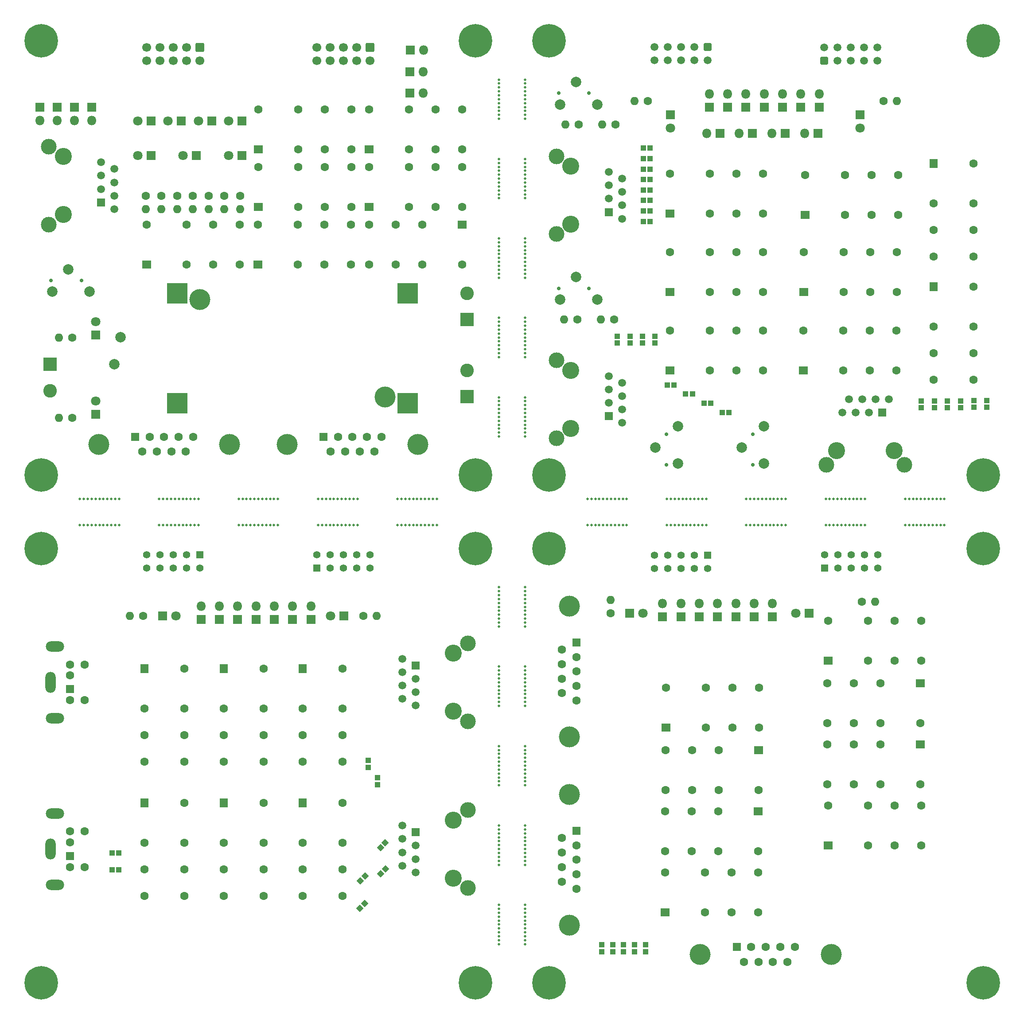
<source format=gts>
G04 #@! TF.GenerationSoftware,KiCad,Pcbnew,(6.0.1)*
G04 #@! TF.CreationDate,2023-03-04T23:45:46-05:00*
G04 #@! TF.ProjectId,InterfaceModule,496e7465-7266-4616-9365-4d6f64756c65,rev?*
G04 #@! TF.SameCoordinates,Original*
G04 #@! TF.FileFunction,Soldermask,Top*
G04 #@! TF.FilePolarity,Negative*
%FSLAX46Y46*%
G04 Gerber Fmt 4.6, Leading zero omitted, Abs format (unit mm)*
G04 Created by KiCad (PCBNEW (6.0.1)) date 2023-03-04 23:45:46*
%MOMM*%
%LPD*%
G01*
G04 APERTURE LIST*
G04 Aperture macros list*
%AMRoundRect*
0 Rectangle with rounded corners*
0 $1 Rounding radius*
0 $2 $3 $4 $5 $6 $7 $8 $9 X,Y pos of 4 corners*
0 Add a 4 corners polygon primitive as box body*
4,1,4,$2,$3,$4,$5,$6,$7,$8,$9,$2,$3,0*
0 Add four circle primitives for the rounded corners*
1,1,$1+$1,$2,$3*
1,1,$1+$1,$4,$5*
1,1,$1+$1,$6,$7*
1,1,$1+$1,$8,$9*
0 Add four rect primitives between the rounded corners*
20,1,$1+$1,$2,$3,$4,$5,0*
20,1,$1+$1,$4,$5,$6,$7,0*
20,1,$1+$1,$6,$7,$8,$9,0*
20,1,$1+$1,$8,$9,$2,$3,0*%
%AMRotRect*
0 Rectangle, with rotation*
0 The origin of the aperture is its center*
0 $1 length*
0 $2 width*
0 $3 Rotation angle, in degrees counterclockwise*
0 Add horizontal line*
21,1,$1,$2,0,0,$3*%
G04 Aperture macros list end*
%ADD10C,1.600000*%
%ADD11R,1.600000X1.800000*%
%ADD12O,1.600000X1.600000*%
%ADD13R,1.800000X1.800000*%
%ADD14O,1.800000X1.800000*%
%ADD15R,1.600000X1.600000*%
%ADD16O,3.500000X2.000000*%
%ADD17O,2.000000X4.000000*%
%ADD18C,1.800000*%
%ADD19R,1.000000X1.000000*%
%ADD20C,6.400000*%
%ADD21RoundRect,0.205883X-0.494117X0.494117X-0.494117X-0.494117X0.494117X-0.494117X0.494117X0.494117X0*%
%ADD22C,1.400000*%
%ADD23RoundRect,0.205883X0.494117X-0.494117X0.494117X0.494117X-0.494117X0.494117X-0.494117X-0.494117X0*%
%ADD24C,0.500000*%
%ADD25R,1.800000X1.600000*%
%ADD26C,0.700000*%
%ADD27C,2.000000*%
%ADD28C,3.250000*%
%ADD29R,1.500000X1.500000*%
%ADD30C,1.500000*%
%ADD31C,3.000000*%
%ADD32C,2.010000*%
%ADD33C,4.000000*%
%ADD34R,4.000000X4.000000*%
%ADD35R,2.600000X2.600000*%
%ADD36C,2.600000*%
%ADD37RoundRect,0.220589X-0.529411X0.529411X-0.529411X-0.529411X0.529411X-0.529411X0.529411X0.529411X0*%
%ADD38RoundRect,0.220589X0.529411X-0.529411X0.529411X0.529411X-0.529411X0.529411X-0.529411X-0.529411X0*%
%ADD39RotRect,1.000000X1.000000X45.000000*%
%ADD40RoundRect,0.250000X-0.600000X0.600000X-0.600000X-0.600000X0.600000X-0.600000X0.600000X0.600000X0*%
%ADD41C,1.700000*%
G04 APERTURE END LIST*
D10*
X184525000Y-45065000D03*
X184525000Y-50145000D03*
X184525000Y-55225000D03*
X192145000Y-45065000D03*
X192145000Y-50145000D03*
X192145000Y-55225000D03*
D11*
X184525000Y-37445000D03*
D10*
X192145000Y-37445000D03*
X40000000Y-43655000D03*
D12*
X40000000Y-46195000D03*
D13*
X55052167Y-124557498D03*
D14*
X55052167Y-122017498D03*
D10*
X52000000Y-43655000D03*
D12*
X52000000Y-46195000D03*
D15*
X19475001Y-169751664D03*
D10*
X19475001Y-167151664D03*
X19475001Y-171851664D03*
X19475001Y-165051664D03*
X22275001Y-171851664D03*
X22275001Y-165051664D03*
D16*
X16625001Y-175301664D03*
D17*
X15825001Y-168451664D03*
D16*
X16625001Y-161601664D03*
D13*
X46571667Y-29300000D03*
D18*
X44031667Y-29300000D03*
D19*
X184694203Y-82807998D03*
X184694203Y-84107998D03*
D13*
X71875000Y-123900000D03*
D18*
X69335000Y-123900000D03*
D20*
X194000002Y-193999999D03*
D10*
X129945001Y-25500000D03*
D12*
X127405001Y-25500000D03*
D21*
X141336668Y-112250327D03*
D22*
X141336668Y-114790327D03*
X138796668Y-112250327D03*
X138796668Y-114790327D03*
X136256668Y-112250327D03*
X136256668Y-114790327D03*
X133716668Y-112250327D03*
X133716668Y-114790327D03*
X131176668Y-112250327D03*
X131176668Y-114790327D03*
D23*
X66663333Y-114714999D03*
D22*
X66663333Y-112174999D03*
X69203333Y-114714999D03*
X69203333Y-112174999D03*
X71743333Y-114714999D03*
X71743333Y-112174999D03*
X74283333Y-114714999D03*
X74283333Y-112174999D03*
X76823333Y-114714999D03*
X76823333Y-112174999D03*
D10*
X19945001Y-70700000D03*
D12*
X17405001Y-70700000D03*
D24*
X58500001Y-106500000D03*
X55500001Y-101500000D03*
X51750001Y-106500000D03*
X57000001Y-101500000D03*
X52500001Y-101500000D03*
X53250001Y-106500000D03*
X56250001Y-106500000D03*
X52500001Y-106500000D03*
X58500001Y-101500000D03*
X54000001Y-106500000D03*
X54000001Y-101500000D03*
X56250001Y-101500000D03*
X57750001Y-106500000D03*
X53250001Y-101500000D03*
X57750001Y-101500000D03*
X57000001Y-106500000D03*
X52500001Y-106500000D03*
X52500001Y-101500000D03*
X59250001Y-106500000D03*
X51750001Y-101500000D03*
X55500001Y-106500000D03*
X54750001Y-101500000D03*
X54750001Y-106500000D03*
X59250001Y-101500000D03*
D19*
X124094204Y-70416499D03*
X124094204Y-71716499D03*
D10*
X140802502Y-180500000D03*
X145882502Y-180500000D03*
X150962502Y-180500000D03*
X140802502Y-172880000D03*
X145882502Y-172880000D03*
X150962502Y-172880000D03*
D25*
X133182502Y-180500000D03*
D10*
X133182502Y-172880000D03*
D26*
X133518335Y-95000000D03*
X133518335Y-89210000D03*
D27*
X131383335Y-91710000D03*
X135653335Y-94750000D03*
X135653335Y-87660000D03*
D19*
X129053999Y-44505797D03*
X130353999Y-44505797D03*
D24*
X125150001Y-101500000D03*
X119900001Y-101500000D03*
X121400001Y-106500000D03*
X119150001Y-101500000D03*
X125150001Y-106500000D03*
X118400001Y-101500000D03*
X122150001Y-101500000D03*
X119150001Y-106500000D03*
X125900001Y-101500000D03*
X122900001Y-101500000D03*
X124400001Y-106500000D03*
X120650001Y-106500000D03*
X120650001Y-101500000D03*
X125900001Y-106500000D03*
X122900001Y-106500000D03*
X119150001Y-101500000D03*
X119150001Y-106500000D03*
X118400001Y-106500000D03*
X121400001Y-101500000D03*
X122150001Y-106500000D03*
X124400001Y-101500000D03*
X119900001Y-106500000D03*
X123650001Y-101500000D03*
X123650001Y-106500000D03*
X66925001Y-101500000D03*
X71425001Y-101500000D03*
X66925001Y-106500000D03*
X74425001Y-106500000D03*
X67675001Y-106500000D03*
X68425001Y-101500000D03*
X69925001Y-106500000D03*
X69925001Y-101500000D03*
X70675001Y-106500000D03*
X67675001Y-101500000D03*
X70675001Y-101500000D03*
X73675001Y-106500000D03*
X72175001Y-101500000D03*
X67675001Y-101500000D03*
X73675001Y-101500000D03*
X74425001Y-101500000D03*
X72175001Y-106500000D03*
X67675001Y-106500000D03*
X71425001Y-106500000D03*
X72925001Y-101500000D03*
X69175001Y-106500000D03*
X68425001Y-106500000D03*
X69175001Y-101500000D03*
X72925001Y-106500000D03*
D10*
X141802501Y-47000000D03*
X146882501Y-47000000D03*
X151962501Y-47000000D03*
X141802501Y-39380000D03*
X146882501Y-39380000D03*
X151962501Y-39380000D03*
D25*
X134182501Y-47000000D03*
D10*
X134182501Y-39380000D03*
D19*
X129505797Y-188046001D03*
X129505797Y-186746001D03*
D24*
X38825001Y-106500000D03*
X41825001Y-106500000D03*
X44075001Y-106500000D03*
X39575001Y-106500000D03*
X41075001Y-106500000D03*
X36575001Y-106500000D03*
X37325001Y-106500000D03*
X42575001Y-101500000D03*
X42575001Y-106500000D03*
X41075001Y-101500000D03*
X38825001Y-101500000D03*
X36575001Y-101500000D03*
X37325001Y-106500000D03*
X40325001Y-106500000D03*
X44075001Y-101500000D03*
X43325001Y-106500000D03*
X38075001Y-106500000D03*
X40325001Y-101500000D03*
X41825001Y-101500000D03*
X38075001Y-101500000D03*
X43325001Y-101500000D03*
X37325001Y-101500000D03*
X37325001Y-101500000D03*
X39575001Y-101500000D03*
D13*
X146750002Y-124047664D03*
D14*
X146750002Y-121507664D03*
D10*
X171985002Y-167702663D03*
X177065002Y-167702663D03*
X182145002Y-167702663D03*
X171985002Y-160082663D03*
X177065002Y-160082663D03*
X182145002Y-160082663D03*
D25*
X164365002Y-167702663D03*
D10*
X164365002Y-160082663D03*
D19*
X138446002Y-81456703D03*
X137146002Y-81456703D03*
D10*
X141802501Y-77000000D03*
X146882501Y-77000000D03*
X151962501Y-77000000D03*
X141802501Y-69380000D03*
X146882501Y-69380000D03*
X151962501Y-69380000D03*
D25*
X134182501Y-77000000D03*
D10*
X134182501Y-69380000D03*
D26*
X150000001Y-89210000D03*
X150000001Y-95000000D03*
D27*
X147865001Y-91710000D03*
X152135001Y-94750000D03*
X152135001Y-87660000D03*
D13*
X84500000Y-15800000D03*
D14*
X87040000Y-15800000D03*
D28*
X165970001Y-92295000D03*
X177030001Y-92295000D03*
D29*
X174712001Y-85025000D03*
D30*
X175987001Y-82475000D03*
X172162001Y-85025000D03*
X173437001Y-82475000D03*
X169612001Y-85025000D03*
X170887001Y-82475000D03*
X167062001Y-85025000D03*
X168337001Y-82475000D03*
D31*
X164065001Y-95030000D03*
X178935001Y-95030000D03*
D26*
X118685001Y-61272500D03*
X112895001Y-61272500D03*
D27*
X116185001Y-59137500D03*
X113145001Y-63407500D03*
X120235001Y-63407500D03*
D10*
X63078674Y-45750000D03*
X68158674Y-45750000D03*
X73238674Y-45750000D03*
X63078674Y-38130000D03*
X68158674Y-38130000D03*
X73238674Y-38130000D03*
D25*
X55458674Y-45750000D03*
D10*
X55458674Y-38130000D03*
D32*
X28000001Y-75762500D03*
X29200001Y-70662500D03*
D24*
X101499999Y-28150002D03*
X106499999Y-22150002D03*
X101499999Y-28900002D03*
X106499999Y-22900002D03*
X101499999Y-26650002D03*
X101499999Y-21400002D03*
X106499999Y-26650002D03*
X106499999Y-25900002D03*
X101499999Y-24400002D03*
X106499999Y-23650002D03*
X101499999Y-28150002D03*
X106499999Y-24400002D03*
X106499999Y-27400002D03*
X106499999Y-21400002D03*
X106499999Y-28150002D03*
X106499999Y-28900002D03*
X101499999Y-22150002D03*
X101499999Y-23650002D03*
X106499999Y-25150002D03*
X101499999Y-25900002D03*
X101499999Y-22900002D03*
X101499999Y-25150002D03*
X106499999Y-28150002D03*
X101499999Y-27400002D03*
D10*
X167620001Y-47262500D03*
X172700001Y-47262500D03*
X177780001Y-47262500D03*
X167620001Y-39642500D03*
X172700001Y-39642500D03*
X177780001Y-39642500D03*
D25*
X160000001Y-47262500D03*
D10*
X160000001Y-39642500D03*
D19*
X141946002Y-83256703D03*
X140646002Y-83256703D03*
D10*
X174380002Y-148477663D03*
X169300002Y-148477663D03*
X164220002Y-148477663D03*
X174380002Y-156097663D03*
X169300002Y-156097663D03*
X164220002Y-156097663D03*
D25*
X182000002Y-148477663D03*
D10*
X182000002Y-156097663D03*
D28*
X115205002Y-76970000D03*
X115205002Y-88030000D03*
D29*
X122475002Y-85712000D03*
D30*
X125025002Y-86987000D03*
X122475002Y-83162000D03*
X125025002Y-84437000D03*
X122475002Y-80612000D03*
X125025002Y-81887000D03*
X122475002Y-78062000D03*
X125025002Y-79337000D03*
D31*
X112470002Y-89935000D03*
X112470002Y-75065000D03*
D24*
X106500001Y-179849999D03*
X106500001Y-180599999D03*
X101500001Y-185849999D03*
X106500001Y-185849999D03*
X106500001Y-182099999D03*
X101500001Y-181349999D03*
X106500001Y-182849999D03*
X106500001Y-186599999D03*
X106500001Y-183599999D03*
X101500001Y-182099999D03*
X101500001Y-186599999D03*
X101500001Y-183599999D03*
X101500001Y-180599999D03*
X101500001Y-179849999D03*
X101500001Y-182849999D03*
X106500001Y-181349999D03*
X101500001Y-179099999D03*
X101500001Y-185099999D03*
X106500001Y-179099999D03*
X106500001Y-179849999D03*
X101500001Y-179849999D03*
X106500001Y-185099999D03*
X106500001Y-184349999D03*
X101500001Y-184349999D03*
D10*
X167300378Y-76994874D03*
X172380378Y-76994874D03*
X177460378Y-76994874D03*
X167300378Y-69374874D03*
X172380378Y-69374874D03*
X177460378Y-69374874D03*
D25*
X159680378Y-76994874D03*
D10*
X159680378Y-69374874D03*
X33762501Y-141564998D03*
X33762501Y-146644998D03*
X33762501Y-151724998D03*
X41382501Y-141564998D03*
X41382501Y-146644998D03*
X41382501Y-151724998D03*
D11*
X33762501Y-133944998D03*
D10*
X41382501Y-133944998D03*
D13*
X148653948Y-26684807D03*
D14*
X148653948Y-24144807D03*
D19*
X129053999Y-36505797D03*
X130353999Y-36505797D03*
D10*
X63078674Y-34750000D03*
X68158674Y-34750000D03*
X73238674Y-34750000D03*
X63078674Y-27130000D03*
X68158674Y-27130000D03*
X73238674Y-27130000D03*
D25*
X55458674Y-34750000D03*
D10*
X55458674Y-27130000D03*
D13*
X132750003Y-124030011D03*
D14*
X132750003Y-121490011D03*
D28*
X115205002Y-37970000D03*
X115205002Y-49030000D03*
D29*
X122475002Y-46712000D03*
D30*
X125025002Y-47987000D03*
X122475002Y-44162000D03*
X125025002Y-45437000D03*
X122475002Y-41612000D03*
X125025002Y-42887000D03*
X122475002Y-39062000D03*
X125025002Y-40337000D03*
D31*
X112470002Y-36065000D03*
X112470002Y-50935000D03*
D10*
X116470001Y-67262500D03*
D12*
X113930001Y-67262500D03*
D10*
X33500000Y-123900000D03*
D12*
X30960000Y-123900000D03*
D19*
X129053999Y-40505797D03*
X130353999Y-40505797D03*
D10*
X19945002Y-86000000D03*
D12*
X17405002Y-86000000D03*
D24*
X181350001Y-106500000D03*
X183600001Y-101500000D03*
X184350001Y-106500000D03*
X179850001Y-101500000D03*
X180600001Y-106500000D03*
X182100001Y-101500000D03*
X183600001Y-106500000D03*
X186600001Y-106500000D03*
X179100001Y-106500000D03*
X185850001Y-106500000D03*
X184350001Y-101500000D03*
X185100001Y-101500000D03*
X182850001Y-101500000D03*
X185850001Y-101500000D03*
X185100001Y-106500000D03*
X182100001Y-106500000D03*
X179100001Y-101500000D03*
X181350001Y-101500000D03*
X182850001Y-106500000D03*
X179850001Y-106500000D03*
X179850001Y-106500000D03*
X179850001Y-101500000D03*
X180600001Y-101500000D03*
X186600001Y-101500000D03*
D10*
X116720001Y-30000000D03*
D12*
X114180001Y-30000000D03*
D19*
X125305797Y-188046001D03*
X125305797Y-186746001D03*
D33*
X44300001Y-63462500D03*
X79700001Y-82062500D03*
D34*
X40000001Y-62262500D03*
X40000001Y-83262500D03*
X84000001Y-62262500D03*
X84000001Y-83262500D03*
D26*
X118685002Y-24010000D03*
X112895002Y-24010000D03*
D27*
X116185002Y-21875000D03*
X113145002Y-26145000D03*
X120235002Y-26145000D03*
D10*
X34000000Y-43654999D03*
D12*
X34000000Y-46194999D03*
D21*
X44330001Y-112222498D03*
D22*
X44330001Y-114762498D03*
X41790001Y-112222498D03*
X41790001Y-114762498D03*
X39250001Y-112222498D03*
X39250001Y-114762498D03*
X36710001Y-112222498D03*
X36710001Y-114762498D03*
X34170001Y-112222498D03*
X34170001Y-114762498D03*
D13*
X136250002Y-124047662D03*
D14*
X136250002Y-121507662D03*
D20*
X111000002Y-14000000D03*
D13*
X84454999Y-19900000D03*
D14*
X86994999Y-19900000D03*
D35*
X15695001Y-75830001D03*
D36*
X15695001Y-80830001D03*
D33*
X49990001Y-91089670D03*
X24990001Y-91089670D03*
D15*
X31950001Y-89669670D03*
D10*
X34720001Y-89669670D03*
X37490001Y-89669670D03*
X40260001Y-89669670D03*
X43030001Y-89669670D03*
X33335001Y-92509670D03*
X36105001Y-92509670D03*
X38875001Y-92509670D03*
X41645001Y-92509670D03*
X170855000Y-121200000D03*
D12*
X173395000Y-121200000D03*
D19*
X78256033Y-154816497D03*
X78256033Y-156116497D03*
D24*
X165425001Y-101500000D03*
X167675001Y-101500000D03*
X166175001Y-101500000D03*
X164675001Y-101500000D03*
X164675001Y-106500000D03*
X167675001Y-106500000D03*
X163925001Y-106500000D03*
X164675001Y-101500000D03*
X166925001Y-106500000D03*
X170675001Y-101500000D03*
X171425001Y-106500000D03*
X165425001Y-106500000D03*
X169175001Y-106500000D03*
X170675001Y-106500000D03*
X169925001Y-101500000D03*
X169925001Y-106500000D03*
X166925001Y-101500000D03*
X168425001Y-101500000D03*
X166175001Y-106500000D03*
X168425001Y-106500000D03*
X163925001Y-101500000D03*
X164675001Y-106500000D03*
X169175001Y-101500000D03*
X171425001Y-101500000D03*
D37*
X141380001Y-15210000D03*
D30*
X141380001Y-17750000D03*
X138840001Y-15210000D03*
X138840001Y-17750000D03*
X136300001Y-15210000D03*
X136300001Y-17750000D03*
X133760001Y-15210000D03*
X133760001Y-17750000D03*
X131220001Y-15210000D03*
X131220001Y-17750000D03*
D13*
X159153948Y-26684807D03*
D14*
X159153948Y-24144807D03*
D13*
X44552167Y-124539847D03*
D14*
X44552167Y-121999847D03*
D10*
X37000000Y-43655000D03*
D12*
X37000000Y-46195000D03*
D20*
X97000001Y-14000001D03*
D13*
X35040000Y-35900000D03*
D18*
X32500000Y-35900000D03*
D13*
X24400000Y-85400000D03*
D18*
X24400000Y-82860000D03*
D10*
X46000000Y-43655000D03*
D12*
X46000000Y-46195000D03*
D13*
X84454999Y-24000000D03*
D14*
X86994999Y-24000000D03*
D10*
X143447502Y-149525000D03*
X138367502Y-149525000D03*
X133287502Y-149525000D03*
X143447502Y-157145000D03*
X138367502Y-157145000D03*
X133287502Y-157145000D03*
D25*
X151067502Y-149525000D03*
D10*
X151067502Y-157145000D03*
D13*
X153750002Y-124047663D03*
D14*
X153750002Y-121507663D03*
D28*
X92795001Y-173971664D03*
X92795001Y-162911664D03*
D29*
X85525001Y-165229664D03*
D30*
X82975001Y-163954664D03*
X85525001Y-167779664D03*
X82975001Y-166504664D03*
X85525001Y-170329664D03*
X82975001Y-169054664D03*
X85525001Y-172879664D03*
X82975001Y-171604664D03*
D31*
X95530001Y-175876664D03*
X95530001Y-161006664D03*
D13*
X13750001Y-26717500D03*
D14*
X13750001Y-29257500D03*
D13*
X143697283Y-31639807D03*
D14*
X141157283Y-31639807D03*
D13*
X62052167Y-124557498D03*
D14*
X62052167Y-122017498D03*
D33*
X114910333Y-121989999D03*
X114910333Y-146989999D03*
D15*
X116330333Y-128949999D03*
D10*
X116330333Y-131719999D03*
X116330333Y-134489999D03*
X116330333Y-137259999D03*
X116330333Y-140029999D03*
X113490333Y-130334999D03*
X113490333Y-133104999D03*
X113490333Y-135874999D03*
X113490333Y-138644999D03*
X43000000Y-43660000D03*
D12*
X43000000Y-46200000D03*
D10*
X123470001Y-67262500D03*
D12*
X120930001Y-67262500D03*
D10*
X49000000Y-43655000D03*
D12*
X49000000Y-46195000D03*
D24*
X101500000Y-88850002D03*
X101500000Y-83600002D03*
X101500000Y-88100002D03*
X106500000Y-88850002D03*
X101500000Y-85100002D03*
X106500000Y-89600002D03*
X101500000Y-85850002D03*
X101500000Y-82100002D03*
X106500000Y-84350002D03*
X106500000Y-82850002D03*
X106500000Y-88850002D03*
X106500000Y-83600002D03*
X101500000Y-84350002D03*
X106500000Y-86600002D03*
X106500000Y-82100002D03*
X106500000Y-87350002D03*
X101500000Y-88850002D03*
X106500000Y-85850002D03*
X101500000Y-82850002D03*
X101500000Y-89600002D03*
X106500000Y-85100002D03*
X101500000Y-86600002D03*
X101500000Y-87350002D03*
X106500000Y-88100002D03*
X106500000Y-55500002D03*
X101500000Y-51750002D03*
X101500000Y-57750002D03*
X101500000Y-55500002D03*
X101500000Y-52500002D03*
X101500000Y-54750002D03*
X101500000Y-56250002D03*
X101500000Y-59250002D03*
X101500000Y-53250002D03*
X106500000Y-54000002D03*
X106500000Y-57750002D03*
X101500000Y-58500002D03*
X106500000Y-54750002D03*
X106500000Y-59250002D03*
X106500000Y-51750002D03*
X106500000Y-53250002D03*
X101500000Y-54000002D03*
X106500000Y-58500002D03*
X106500000Y-58500002D03*
X106500000Y-52500002D03*
X106500000Y-56250002D03*
X106500000Y-57000002D03*
X101500000Y-57000002D03*
X101500000Y-58500002D03*
D20*
X194000002Y-110999999D03*
D13*
X149945001Y-31639807D03*
D14*
X147405001Y-31639807D03*
D13*
X65552167Y-124557498D03*
D14*
X65552167Y-122017498D03*
D10*
X86835646Y-49120850D03*
X81755646Y-49120850D03*
X76675646Y-49120850D03*
X86835646Y-56740850D03*
X81755646Y-56740850D03*
X76675646Y-56740850D03*
D25*
X94455646Y-49120850D03*
D10*
X94455646Y-56740850D03*
D38*
X163600001Y-17762500D03*
D30*
X163600001Y-15222500D03*
X166140001Y-17762500D03*
X166140001Y-15222500D03*
X168680001Y-17762500D03*
X168680001Y-15222500D03*
X171220001Y-17762500D03*
X171220001Y-15222500D03*
X173760001Y-17762500D03*
X173760001Y-15222500D03*
D13*
X156193948Y-31639807D03*
D14*
X153653948Y-31639807D03*
D19*
X194705797Y-84046001D03*
X194705797Y-82746001D03*
D35*
X95400001Y-82012500D03*
D36*
X95400001Y-77012500D03*
D33*
X114910333Y-157989999D03*
X114910333Y-182989999D03*
D15*
X116330333Y-164949999D03*
D10*
X116330333Y-167719999D03*
X116330333Y-170489999D03*
X116330333Y-173259999D03*
X116330333Y-176029999D03*
X113490333Y-166334999D03*
X113490333Y-169104999D03*
X113490333Y-171874999D03*
X113490333Y-174644999D03*
D19*
X129053999Y-48505797D03*
X130353999Y-48505797D03*
D33*
X60990001Y-91089670D03*
X85990001Y-91089670D03*
D15*
X67950001Y-89669670D03*
D10*
X70720001Y-89669670D03*
X73490001Y-89669670D03*
X76260001Y-89669670D03*
X79030001Y-89669670D03*
X69335001Y-92509670D03*
X72105001Y-92509670D03*
X74875001Y-92509670D03*
X77645001Y-92509670D03*
D20*
X194000002Y-97000000D03*
D39*
X74980762Y-174481737D03*
X75900001Y-173562498D03*
D24*
X139575001Y-101500000D03*
X140325001Y-106500000D03*
X136575001Y-101500000D03*
X141075001Y-101500000D03*
X134325001Y-101500000D03*
X138075001Y-106500000D03*
X134325001Y-106500000D03*
X133575001Y-101500000D03*
X135075001Y-101500000D03*
X135075001Y-106500000D03*
X140325001Y-101500000D03*
X137325001Y-101500000D03*
X134325001Y-101500000D03*
X139575001Y-106500000D03*
X136575001Y-106500000D03*
X135825001Y-101500000D03*
X138075001Y-101500000D03*
X138825001Y-101500000D03*
X135825001Y-106500000D03*
X141075001Y-106500000D03*
X133575001Y-106500000D03*
X138825001Y-106500000D03*
X137325001Y-106500000D03*
X134325001Y-106500000D03*
D13*
X126425000Y-123400000D03*
D18*
X128965000Y-123400000D03*
D10*
X84328674Y-45750000D03*
X89408674Y-45750000D03*
X94488674Y-45750000D03*
X84328674Y-38130000D03*
X89408674Y-38130000D03*
X94488674Y-38130000D03*
D25*
X76708674Y-45750000D03*
D10*
X76708674Y-38130000D03*
X123720001Y-30000000D03*
D12*
X121180001Y-30000000D03*
D24*
X101500000Y-135074999D03*
X101500000Y-138824999D03*
X106500000Y-134324999D03*
X101500000Y-141074999D03*
X106500000Y-133574999D03*
X101500000Y-136574999D03*
X101500000Y-134324999D03*
X101500000Y-133574999D03*
X101500000Y-139574999D03*
X101500000Y-134324999D03*
X101500000Y-138074999D03*
X106500000Y-137324999D03*
X106500000Y-138074999D03*
X101500000Y-135824999D03*
X106500000Y-139574999D03*
X106500000Y-136574999D03*
X106500000Y-138824999D03*
X106500000Y-135074999D03*
X101500000Y-140324999D03*
X106500000Y-134324999D03*
X101500000Y-137324999D03*
X106500000Y-141074999D03*
X106500000Y-140324999D03*
X106500000Y-135824999D03*
D10*
X141802501Y-62000000D03*
X146882501Y-62000000D03*
X151962501Y-62000000D03*
X141802501Y-54380000D03*
X146882501Y-54380000D03*
X151962501Y-54380000D03*
D25*
X134182501Y-62000000D03*
D10*
X134182501Y-54380000D03*
D20*
X111000002Y-97000000D03*
D40*
X44330001Y-15260000D03*
D41*
X44330001Y-17800000D03*
X41790001Y-15260000D03*
X41790001Y-17800000D03*
X39250001Y-15260000D03*
X39250001Y-17800000D03*
X36710001Y-15260000D03*
X36710001Y-17800000D03*
X34170001Y-15260000D03*
X34170001Y-17800000D03*
D10*
X122800000Y-123400000D03*
D12*
X122800000Y-120860000D03*
D10*
X174380002Y-136727663D03*
X169300002Y-136727663D03*
X164220002Y-136727663D03*
X174380002Y-144347663D03*
X169300002Y-144347663D03*
X164220002Y-144347663D03*
D25*
X182000002Y-136727663D03*
D10*
X182000002Y-144347663D03*
D23*
X163663334Y-114752663D03*
D22*
X163663334Y-112212663D03*
X166203334Y-114752663D03*
X166203334Y-112212663D03*
X168743334Y-114752663D03*
X168743334Y-112212663D03*
X171283334Y-114752663D03*
X171283334Y-112212663D03*
X173823334Y-114752663D03*
X173823334Y-112212663D03*
D13*
X143250001Y-124047661D03*
D14*
X143250001Y-121507661D03*
D24*
X21400001Y-106500000D03*
X25150001Y-101500000D03*
X24400001Y-106500000D03*
X27400001Y-101500000D03*
X25900001Y-101500000D03*
X28150001Y-101500000D03*
X23650001Y-101500000D03*
X23650001Y-106500000D03*
X22900001Y-101500000D03*
X26650001Y-101500000D03*
X28900001Y-106500000D03*
X22150001Y-101500000D03*
X25900001Y-106500000D03*
X22900001Y-106500000D03*
X22150001Y-106500000D03*
X27400001Y-106500000D03*
X28150001Y-106500000D03*
X22150001Y-101500000D03*
X28900001Y-101500000D03*
X26650001Y-106500000D03*
X21400001Y-101500000D03*
X24400001Y-101500000D03*
X25150001Y-106500000D03*
X22150001Y-106500000D03*
D10*
X48881251Y-167244164D03*
X48881251Y-172324164D03*
X48881251Y-177404164D03*
X56501251Y-167244164D03*
X56501251Y-172324164D03*
X56501251Y-177404164D03*
D11*
X48881251Y-159624164D03*
D10*
X56501251Y-159624164D03*
D15*
X19475001Y-137868332D03*
D10*
X19475001Y-135268332D03*
X19475001Y-139968332D03*
X19475001Y-133168332D03*
X22275001Y-139968332D03*
X22275001Y-133168332D03*
D16*
X16625001Y-143418332D03*
D17*
X15825001Y-136568332D03*
D16*
X16625001Y-129718332D03*
D19*
X182194203Y-82807998D03*
X182194203Y-84107998D03*
X126494204Y-70416499D03*
X126494204Y-71716499D03*
D33*
X139949998Y-188589669D03*
X164949998Y-188589669D03*
D15*
X146909998Y-187169669D03*
D10*
X149679998Y-187169669D03*
X152449998Y-187169669D03*
X155219998Y-187169669D03*
X157989998Y-187169669D03*
X148294998Y-190009669D03*
X151064998Y-190009669D03*
X153834998Y-190009669D03*
X156604998Y-190009669D03*
D39*
X78847308Y-173123389D03*
X79766547Y-172204150D03*
D13*
X52350000Y-29300000D03*
D18*
X49810000Y-29300000D03*
D13*
X160775000Y-123400000D03*
D18*
X158235000Y-123400000D03*
D19*
X127405797Y-188046001D03*
X127405797Y-186746001D03*
D24*
X101500000Y-73675002D03*
X101500000Y-67675002D03*
X101500000Y-72925002D03*
X106500000Y-73675002D03*
X106500000Y-69925002D03*
X106500000Y-67675002D03*
X106500000Y-71425002D03*
X101500000Y-71425002D03*
X106500000Y-68425002D03*
X106500000Y-74425002D03*
X106500000Y-73675002D03*
X101500000Y-69925002D03*
X101500000Y-68425002D03*
X101500000Y-69175002D03*
X106500000Y-72925002D03*
X106500000Y-70675002D03*
X101500000Y-73675002D03*
X101500000Y-72175002D03*
X101500000Y-70675002D03*
X101500000Y-66925002D03*
X106500000Y-66925002D03*
X106500000Y-69175002D03*
X101500000Y-74425002D03*
X106500000Y-72175002D03*
D13*
X58552167Y-124557498D03*
D14*
X58552167Y-122017498D03*
D19*
X129053999Y-42505797D03*
X130353999Y-42505797D03*
X134946002Y-79756703D03*
X133646002Y-79756703D03*
X192205797Y-84046001D03*
X192205797Y-82746001D03*
D10*
X84328674Y-34750000D03*
X89408674Y-34750000D03*
X94488674Y-34750000D03*
X84328674Y-27130000D03*
X89408674Y-27130000D03*
X94488674Y-27130000D03*
D25*
X76708674Y-34750000D03*
D10*
X76708674Y-27130000D03*
D13*
X48052167Y-124557498D03*
D14*
X48052167Y-122017498D03*
D19*
X27554000Y-169168295D03*
X28854000Y-169168295D03*
D13*
X145153948Y-26684807D03*
D14*
X145153948Y-24144807D03*
D13*
X51552167Y-124557498D03*
D14*
X51552167Y-122017498D03*
D19*
X187194203Y-82807998D03*
X187194203Y-84107998D03*
D13*
X150250002Y-124047662D03*
D14*
X150250002Y-121507662D03*
D10*
X174955000Y-25500000D03*
D12*
X177495000Y-25500000D03*
D10*
X167302501Y-62000000D03*
X172382501Y-62000000D03*
X177462501Y-62000000D03*
X167302501Y-54380000D03*
X172382501Y-54380000D03*
X177462501Y-54380000D03*
D25*
X159682501Y-62000000D03*
D10*
X159682501Y-54380000D03*
X143380002Y-161262500D03*
X138300002Y-161262500D03*
X133220002Y-161262500D03*
X143380002Y-168882500D03*
X138300002Y-168882500D03*
X133220002Y-168882500D03*
D25*
X151000002Y-161262500D03*
D10*
X151000002Y-168882500D03*
X141052502Y-145250000D03*
X146132502Y-145250000D03*
X151212502Y-145250000D03*
X141052502Y-137630000D03*
X146132502Y-137630000D03*
X151212502Y-137630000D03*
D25*
X133432502Y-145250000D03*
D10*
X133432502Y-137630000D03*
D13*
X134200000Y-28125000D03*
D18*
X134200000Y-30665000D03*
D19*
X28846002Y-172356701D03*
X27546002Y-172356701D03*
D13*
X37179999Y-123900000D03*
D18*
X39719999Y-123900000D03*
D19*
X131294204Y-70416499D03*
X131294204Y-71716499D03*
D40*
X76823333Y-15260000D03*
D41*
X76823333Y-17800000D03*
X74283333Y-15260000D03*
X74283333Y-17800000D03*
X71743333Y-15260000D03*
X71743333Y-17800000D03*
X69203333Y-15260000D03*
X69203333Y-17800000D03*
X66663333Y-15260000D03*
X66663333Y-17800000D03*
D10*
X48880001Y-141564998D03*
X48880001Y-146644998D03*
X48880001Y-151724998D03*
X56500001Y-141564998D03*
X56500001Y-146644998D03*
X56500001Y-151724998D03*
D11*
X48880001Y-133944998D03*
D10*
X56500001Y-133944998D03*
X63052501Y-56750000D03*
X68132501Y-56750000D03*
X73212501Y-56750000D03*
X63052501Y-49130000D03*
X68132501Y-49130000D03*
X73212501Y-49130000D03*
D25*
X55432501Y-56750000D03*
D10*
X55432501Y-49130000D03*
D20*
X97000001Y-193999999D03*
X194000002Y-14000000D03*
D13*
X139750002Y-124047663D03*
D14*
X139750002Y-121507663D03*
D13*
X162442283Y-31639807D03*
D14*
X159902283Y-31639807D03*
D20*
X111000002Y-193999999D03*
D10*
X75554999Y-123900000D03*
D12*
X78094999Y-123900000D03*
D20*
X14000001Y-97000001D03*
D26*
X15895001Y-59772500D03*
X21685001Y-59772500D03*
D27*
X19185001Y-57637500D03*
X16145001Y-61907500D03*
X23235001Y-61907500D03*
D24*
X106500000Y-152499999D03*
X101500000Y-149499999D03*
X101500000Y-150249999D03*
X106500000Y-155499999D03*
X101500000Y-152499999D03*
X101500000Y-153999999D03*
X101500000Y-153249999D03*
X101500000Y-151749999D03*
X101500000Y-156249999D03*
X106500000Y-156249999D03*
X101500000Y-148749999D03*
X101500000Y-150999999D03*
X106500000Y-149499999D03*
X106500000Y-148749999D03*
X101500000Y-155499999D03*
X106500000Y-153999999D03*
X106500000Y-150999999D03*
X106500000Y-153249999D03*
X106500000Y-154749999D03*
X101500000Y-154749999D03*
X106500000Y-151749999D03*
X106500000Y-150249999D03*
X101500000Y-149499999D03*
X106500000Y-149499999D03*
D10*
X64000001Y-167244164D03*
X64000001Y-172324164D03*
X64000001Y-177404164D03*
X71620001Y-167244164D03*
X71620001Y-172324164D03*
X71620001Y-177404164D03*
D11*
X64000001Y-159624164D03*
D10*
X71620001Y-159624164D03*
D13*
X24400000Y-70175000D03*
D18*
X24400000Y-67635000D03*
D13*
X17100000Y-26717500D03*
D14*
X17100000Y-29257500D03*
D39*
X78828265Y-168191916D03*
X79747504Y-167272677D03*
D13*
X162653948Y-26684807D03*
D14*
X162653948Y-24144807D03*
D19*
X129053999Y-46505797D03*
X130353999Y-46505797D03*
D35*
X95400001Y-67262500D03*
D36*
X95400001Y-62262500D03*
D19*
X145446002Y-85006964D03*
X144146002Y-85006964D03*
D13*
X152153948Y-26684807D03*
D14*
X152153948Y-24144807D03*
D13*
X170500000Y-28125000D03*
D18*
X170500000Y-30665000D03*
D24*
X101500000Y-125149999D03*
X101500000Y-124399999D03*
X106500000Y-122149999D03*
X106500000Y-125149999D03*
X101500000Y-122149999D03*
X101500000Y-119149999D03*
X106500000Y-122899999D03*
X101500000Y-119899999D03*
X101500000Y-120649999D03*
X101500000Y-121399999D03*
X101500000Y-119149999D03*
X106500000Y-123649999D03*
X101500000Y-125899999D03*
X106500000Y-125899999D03*
X106500000Y-121399999D03*
X106500000Y-119899999D03*
X106500000Y-120649999D03*
X101500000Y-123649999D03*
X101500000Y-122899999D03*
X106500000Y-118399999D03*
X106500000Y-119149999D03*
X101500000Y-118399999D03*
X106500000Y-119149999D03*
X106500000Y-124399999D03*
D20*
X97000001Y-110999999D03*
D19*
X129053999Y-38505797D03*
X130353999Y-38505797D03*
D13*
X43675000Y-35900000D03*
D18*
X41135000Y-35900000D03*
D24*
X101500000Y-166174999D03*
X106500000Y-166924999D03*
X101500000Y-166924999D03*
X106500000Y-166174999D03*
X101500000Y-169924999D03*
X101500000Y-164674999D03*
X101500000Y-170674999D03*
X101500000Y-165424999D03*
X106500000Y-169174999D03*
X101500000Y-163924999D03*
X106500000Y-171424999D03*
X106500000Y-168424999D03*
X106500000Y-164674999D03*
X106500000Y-165424999D03*
X101500000Y-169174999D03*
X106500000Y-169924999D03*
X106500000Y-170674999D03*
X101500000Y-164674999D03*
X106500000Y-167674999D03*
X101500000Y-167674999D03*
X101500000Y-168424999D03*
X106500000Y-164674999D03*
X106500000Y-163924999D03*
X101500000Y-171424999D03*
D10*
X171985002Y-132440163D03*
X177065002Y-132440163D03*
X182145002Y-132440163D03*
X171985002Y-124820163D03*
X177065002Y-124820163D03*
X182145002Y-124820163D03*
D25*
X164365002Y-132440163D03*
D10*
X164365002Y-124820163D03*
D13*
X35015001Y-29300000D03*
D18*
X32475001Y-29300000D03*
D13*
X141653948Y-26684807D03*
D14*
X141653948Y-24144807D03*
D20*
X14000001Y-110999999D03*
D19*
X129053999Y-34505797D03*
X130353999Y-34505797D03*
X121105797Y-188046001D03*
X121105797Y-186746001D03*
D10*
X184500001Y-68632500D03*
X184500001Y-73712500D03*
X184500001Y-78792500D03*
X192120001Y-68632500D03*
X192120001Y-73712500D03*
X192120001Y-78792500D03*
D11*
X184500001Y-61012500D03*
D10*
X192120001Y-61012500D03*
D13*
X155653948Y-26684807D03*
D14*
X155653948Y-24144807D03*
D19*
X128894204Y-70416499D03*
X128894204Y-71716499D03*
D20*
X14000001Y-193999999D03*
D13*
X20400000Y-26717500D03*
D14*
X20400000Y-29257500D03*
D10*
X64000001Y-141564998D03*
X64000001Y-146644998D03*
X64000001Y-151724998D03*
X71620001Y-141564998D03*
X71620001Y-146644998D03*
X71620001Y-151724998D03*
D11*
X64000001Y-133944998D03*
D10*
X71620001Y-133944998D03*
D13*
X23700000Y-26717500D03*
D14*
X23700000Y-29257500D03*
D20*
X111000002Y-110999999D03*
D13*
X40793334Y-29300000D03*
D18*
X38253334Y-29300000D03*
D13*
X52375000Y-35900000D03*
D18*
X49835000Y-35900000D03*
D20*
X97000001Y-97000001D03*
D10*
X33762501Y-167244164D03*
X33762501Y-172324164D03*
X33762501Y-177404164D03*
X41382501Y-167244164D03*
X41382501Y-172324164D03*
X41382501Y-177404164D03*
D11*
X33762501Y-159624164D03*
D10*
X41382501Y-159624164D03*
D24*
X151750001Y-106500000D03*
X149500001Y-106500000D03*
X154750001Y-101500000D03*
X155500001Y-101500000D03*
X154000001Y-101500000D03*
X156250001Y-106500000D03*
X152500001Y-101500000D03*
X148750001Y-106500000D03*
X148750001Y-101500000D03*
X154000001Y-106500000D03*
X154750001Y-106500000D03*
X150250001Y-106500000D03*
X150250001Y-101500000D03*
X149500001Y-106500000D03*
X155500001Y-106500000D03*
X151000001Y-106500000D03*
X149500001Y-101500000D03*
X152500001Y-106500000D03*
X153250001Y-101500000D03*
X149500001Y-101500000D03*
X153250001Y-106500000D03*
X151750001Y-101500000D03*
X151000001Y-101500000D03*
X156250001Y-101500000D03*
D10*
X41802501Y-56750000D03*
X46882501Y-56750000D03*
X51962501Y-56750000D03*
X41802501Y-49130000D03*
X46882501Y-49130000D03*
X51962501Y-49130000D03*
D25*
X34182501Y-56750000D03*
D10*
X34182501Y-49130000D03*
D28*
X92795001Y-142088332D03*
X92795001Y-131028332D03*
D29*
X85525001Y-133346332D03*
D30*
X82975001Y-132071332D03*
X85525001Y-135896332D03*
X82975001Y-134621332D03*
X85525001Y-138446332D03*
X82975001Y-137171332D03*
X85525001Y-140996332D03*
X82975001Y-139721332D03*
D31*
X95530001Y-143993332D03*
X95530001Y-129123332D03*
D19*
X123205797Y-188046001D03*
X123205797Y-186746001D03*
D24*
X85100001Y-106500000D03*
X88850001Y-106500000D03*
X84350001Y-101500000D03*
X86600001Y-101500000D03*
X88100001Y-106500000D03*
X84350001Y-106500000D03*
X82850001Y-101500000D03*
X83600001Y-101500000D03*
X82850001Y-106500000D03*
X89600001Y-106500000D03*
X89600001Y-101500000D03*
X87350001Y-106500000D03*
X87350001Y-101500000D03*
X82100001Y-101500000D03*
X86600001Y-106500000D03*
X85100001Y-101500000D03*
X83600001Y-106500000D03*
X85850001Y-106500000D03*
X82100001Y-106500000D03*
X88100001Y-101500000D03*
X88850001Y-101500000D03*
X82850001Y-101500000D03*
X85850001Y-101500000D03*
X82850001Y-106500000D03*
D19*
X76494204Y-151516497D03*
X76494204Y-152816497D03*
D28*
X18205001Y-36120500D03*
X18205001Y-47180500D03*
D29*
X25475001Y-44862500D03*
D30*
X28025001Y-46137500D03*
X25475001Y-42312500D03*
X28025001Y-43587500D03*
X25475001Y-39762500D03*
X28025001Y-41037500D03*
X25475001Y-37212500D03*
X28025001Y-38487500D03*
D31*
X15470001Y-49085500D03*
X15470001Y-34215500D03*
D24*
X106500000Y-43325002D03*
X101500000Y-41825002D03*
X101500000Y-38075002D03*
X106500000Y-39575002D03*
X106500000Y-37325002D03*
X101500000Y-42575002D03*
X101500000Y-44075002D03*
X106500000Y-36575002D03*
X101500000Y-39575002D03*
X101500000Y-41075002D03*
X106500000Y-41825002D03*
X101500000Y-38825002D03*
X106500000Y-40325002D03*
X106500000Y-43325002D03*
X101500000Y-36575002D03*
X106500000Y-44075002D03*
X106500000Y-38075002D03*
X106500000Y-42575002D03*
X101500000Y-40325002D03*
X106500000Y-38825002D03*
X101500000Y-43325002D03*
X101500000Y-37325002D03*
X101500000Y-43325002D03*
X106500000Y-41075002D03*
D39*
X74900001Y-179762498D03*
X75819240Y-178843259D03*
D19*
X189694203Y-82807998D03*
X189694203Y-84107998D03*
D20*
X14000001Y-14000001D03*
M02*

</source>
